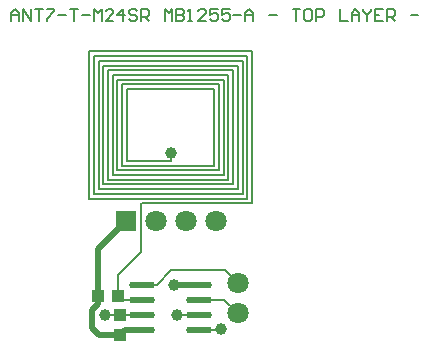
<source format=gtl>
G04 Layer_Physical_Order=1*
G04 Layer_Color=65535*
%FSLAX44Y44*%
%MOMM*%
G71*
G01*
G75*
%ADD10O,2.2000X0.5500*%
%ADD11R,1.1000X1.0000*%
%ADD12R,1.0000X1.1000*%
%ADD13C,0.5000*%
%ADD14C,0.2000*%
%ADD15C,0.1500*%
%ADD16C,1.8000*%
%ADD17R,1.8000X1.8000*%
%ADD18C,1.0000*%
D10*
X51000Y96250D02*
D03*
Y83550D02*
D03*
Y70850D02*
D03*
Y58150D02*
D03*
X99000Y96250D02*
D03*
Y83550D02*
D03*
Y70850D02*
D03*
Y58150D02*
D03*
D11*
X13300Y87200D02*
D03*
X30300D02*
D03*
D12*
X31800Y70700D02*
D03*
Y53700D02*
D03*
D13*
X13300Y87200D02*
Y126400D01*
X36900Y150000D01*
X78250Y96250D02*
X99000D01*
X78000Y96000D02*
X78250Y96250D01*
X8500Y75000D02*
X13300Y79800D01*
Y87200D01*
X8500Y59500D02*
X14300Y53700D01*
X31800D01*
X8500Y59500D02*
Y75000D01*
X31800Y53700D02*
X36250Y58150D01*
X51000D01*
D14*
X74999Y201280D02*
Y207980D01*
X38000Y262000D02*
X112000D01*
Y197280D02*
Y262000D01*
X34000Y266000D02*
X116000D01*
Y193280D02*
Y266000D01*
X29999Y270000D02*
X119999D01*
Y189280D02*
Y270000D01*
X26000Y274000D02*
X124000D01*
Y185280D02*
Y274000D01*
X22000Y278000D02*
X127970Y277940D01*
X128000Y181280D01*
X18000Y282000D02*
X132000D01*
Y177280D02*
Y282000D01*
X14000Y286000D02*
X136000D01*
Y173280D02*
Y286000D01*
X9999Y290000D02*
X139999D01*
Y169280D02*
Y290000D01*
X6000Y294000D02*
X144000D01*
Y165280D02*
Y294000D01*
X38000Y201300D02*
X74999Y201280D01*
X38000Y201300D02*
Y262000D01*
X34000Y197300D02*
X112000Y197280D01*
X34000Y197300D02*
Y266000D01*
X29999Y193300D02*
X116000Y193280D01*
X29999Y193300D02*
Y270000D01*
X26000Y189300D02*
X119999Y189280D01*
X26000Y189300D02*
Y274000D01*
X22000Y185300D02*
X124000Y185280D01*
X22000Y185300D02*
Y278000D01*
X18000Y181300D02*
X128000Y181280D01*
X18000Y181300D02*
Y282000D01*
X14000Y177300D02*
X132000Y177280D01*
X14000Y177300D02*
Y286000D01*
X9999Y173300D02*
X136000Y173280D01*
X9999Y173300D02*
Y290000D01*
X6000Y169300D02*
X139999Y169280D01*
X6000Y169300D02*
Y294000D01*
X49800Y124200D02*
Y164480D01*
X50601Y165280D02*
X144000D01*
X49800Y164480D02*
X50601Y165280D01*
X19300Y70700D02*
X19450Y70850D01*
X51000Y96250D02*
X63250D01*
X75500Y108500D01*
X120900D01*
X131800Y97600D01*
X99000Y83550D02*
X120450D01*
X131800Y72200D01*
X99000Y58150D02*
X117150D01*
X117500Y58500D01*
X80500Y71000D02*
X80650Y70850D01*
X99000D01*
X30300Y87200D02*
Y104700D01*
X49800Y124200D01*
X30300Y87200D02*
X33950Y83550D01*
X51000D01*
X31950Y70850D02*
X51000D01*
X31800Y70700D02*
X31950Y70850D01*
X19300Y70700D02*
X31800D01*
D15*
X-60000Y320000D02*
Y326665D01*
X-56668Y329997D01*
X-53335Y326665D01*
Y320000D01*
Y324998D01*
X-60000D01*
X-50003Y320000D02*
Y329997D01*
X-43339Y320000D01*
Y329997D01*
X-40006D02*
X-33342D01*
X-36674D01*
Y320000D01*
X-30010Y329997D02*
X-23345D01*
Y328331D01*
X-30010Y321666D01*
Y320000D01*
X-20013Y324998D02*
X-13348D01*
X-10016Y329997D02*
X-3352D01*
X-6684D01*
Y320000D01*
X-19Y324998D02*
X6645D01*
X9977Y320000D02*
Y329997D01*
X13310Y326665D01*
X16642Y329997D01*
Y320000D01*
X26639D02*
X19974D01*
X26639Y326665D01*
Y328331D01*
X24973Y329997D01*
X21640D01*
X19974Y328331D01*
X34969Y320000D02*
Y329997D01*
X29971Y324998D01*
X36635D01*
X46632Y328331D02*
X44966Y329997D01*
X41634D01*
X39968Y328331D01*
Y326665D01*
X41634Y324998D01*
X44966D01*
X46632Y323332D01*
Y321666D01*
X44966Y320000D01*
X41634D01*
X39968Y321666D01*
X49965Y320000D02*
Y329997D01*
X54963D01*
X56629Y328331D01*
Y324998D01*
X54963Y323332D01*
X49965D01*
X53297D02*
X56629Y320000D01*
X69958D02*
Y329997D01*
X73290Y326665D01*
X76623Y329997D01*
Y320000D01*
X79955Y329997D02*
Y320000D01*
X84953D01*
X86619Y321666D01*
Y323332D01*
X84953Y324998D01*
X79955D01*
X84953D01*
X86619Y326665D01*
Y328331D01*
X84953Y329997D01*
X79955D01*
X89952Y320000D02*
X93284D01*
X91618D01*
Y329997D01*
X89952Y328331D01*
X104947Y320000D02*
X98282D01*
X104947Y326665D01*
Y328331D01*
X103281Y329997D01*
X99949D01*
X98282Y328331D01*
X114944Y329997D02*
X108279D01*
Y324998D01*
X111611Y326665D01*
X113278D01*
X114944Y324998D01*
Y321666D01*
X113278Y320000D01*
X109945D01*
X108279Y321666D01*
X124940Y329997D02*
X118276D01*
Y324998D01*
X121608Y326665D01*
X123274D01*
X124940Y324998D01*
Y321666D01*
X123274Y320000D01*
X119942D01*
X118276Y321666D01*
X128273Y324998D02*
X134937D01*
X138269Y320000D02*
Y326665D01*
X141602Y329997D01*
X144934Y326665D01*
Y320000D01*
Y324998D01*
X138269D01*
X158263D02*
X164928D01*
X178257Y329997D02*
X184921D01*
X181589D01*
Y320000D01*
X193252Y329997D02*
X189919D01*
X188253Y328331D01*
Y321666D01*
X189919Y320000D01*
X193252D01*
X194918Y321666D01*
Y328331D01*
X193252Y329997D01*
X198250Y320000D02*
Y329997D01*
X203249D01*
X204915Y328331D01*
Y324998D01*
X203249Y323332D01*
X198250D01*
X218244Y329997D02*
Y320000D01*
X224908D01*
X228241D02*
Y326665D01*
X231573Y329997D01*
X234905Y326665D01*
Y320000D01*
Y324998D01*
X228241D01*
X238237Y329997D02*
Y328331D01*
X241569Y324998D01*
X244902Y328331D01*
Y329997D01*
X241569Y324998D02*
Y320000D01*
X254898Y329997D02*
X248234D01*
Y320000D01*
X254898D01*
X248234Y324998D02*
X251566D01*
X258231Y320000D02*
Y329997D01*
X263229D01*
X264895Y328331D01*
Y324998D01*
X263229Y323332D01*
X258231D01*
X261563D02*
X264895Y320000D01*
X278224Y324998D02*
X284889D01*
D16*
X131800Y97600D02*
D03*
Y72200D02*
D03*
X113100Y150000D02*
D03*
X87700D02*
D03*
X62300D02*
D03*
D17*
X36900D02*
D03*
D18*
X75000Y207980D02*
D03*
X19300Y70700D02*
D03*
X78000Y96000D02*
D03*
X117500Y58500D02*
D03*
X80500Y71000D02*
D03*
M02*

</source>
